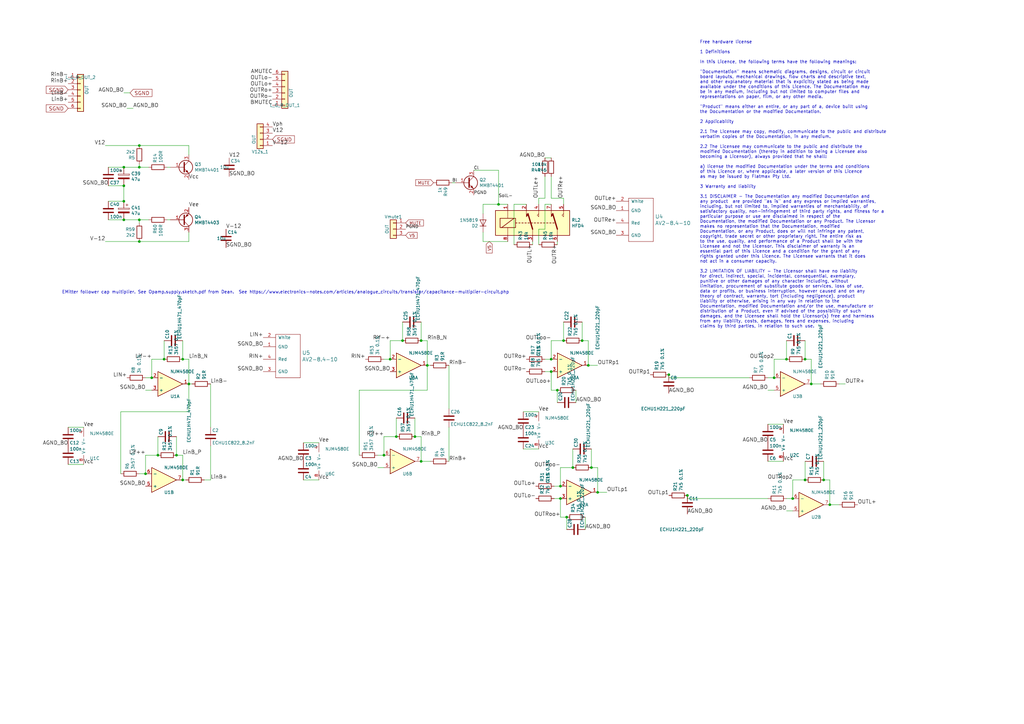
<source format=kicad_sch>
(kicad_sch (version 20211123) (generator eeschema)
  (paper "A3")
  (title_block (title "AIABS v1 single ended preamplifier") (date "8 jun 2015") (company "Audio Injector"))
  (lib_symbols
    (symbol "PPI-ISO-rescue:C-Device" (pin_numbers hide) (pin_names (offset 0.254))
      (property "Reference" "C" (at 0.635 2.54 0))
      (property "Value" "C-Device" (at 0.635 -2.54 0))
      (symbol "C-Device_1_1"
        (pin passive line (at 0 3.81 270) (length 2.794) (name "~") (number "1"))
        (pin passive line (at 0 -3.81 90) (length 2.794) (name "~") (number "2"))
      )
    )
    (symbol "PPI-ISO-rescue:CP-Device" (pin_numbers hide) (pin_names (offset 0.254))
      (property "Reference" "C" (at 0.635 2.54 0))
      (property "Value" "CP-Device" (at 0.635 -2.54 0))
      (symbol "CP-Device_1_1"
        (pin passive line (at 0 3.81 270) (length 2.794) (name "~") (number "1"))
        (pin passive line (at 0 -3.81 90) (length 2.794) (name "~") (number "2"))
      )
    )
    (symbol "PPI-ISO-rescue:Conn_01x03-Connector_Generic" (pin_names (offset 1.016) hide)
      (property "Reference" "J" (at 0 5.08 0))
      (property "Value" "Conn_01x03-Connector_Generic" (at 0 -5.08 0))
      (symbol "Conn_01x03-Connector_Generic_1_1"
        (pin passive line (at -5.08 2.54 0) (length 3.81) (name "Pin_1") (number "1"))
        (pin passive line (at -5.08 0 0) (length 3.81) (name "Pin_2") (number "2"))
        (pin passive line (at -5.08 -2.54 0) (length 3.81) (name "Pin_3") (number "3"))
      )
    )
    (symbol "PPI-ISO-rescue:Conn_01x04-Connector_Generic" (pin_names (offset 1.016) hide)
      (property "Reference" "J" (at 0 5.08 0))
      (property "Value" "Conn_01x04-Connector_Generic" (at 0 -7.62 0))
      (symbol "Conn_01x04-Connector_Generic_1_1"
        (pin passive line (at -5.08 2.54 0) (length 3.81) (name "Pin_1") (number "1"))
        (pin passive line (at -5.08 0 0) (length 3.81) (name "Pin_2") (number "2"))
        (pin passive line (at -5.08 -2.54 0) (length 3.81) (name "Pin_3") (number "3"))
        (pin passive line (at -5.08 -5.08 0) (length 3.81) (name "Pin_4") (number "4"))
      )
    )
    (symbol "PPI-ISO-rescue:Conn_01x06-Connector_Generic" (pin_names (offset 1.016) hide)
      (property "Reference" "J" (at 0 7.62 0))
      (property "Value" "Conn_01x06-Connector_Generic" (at 0 -10.16 0))
      (symbol "Conn_01x06-Connector_Generic_1_1"
        (pin passive line (at -5.08 5.08 0) (length 3.81) (name "Pin_1") (number "1"))
        (pin passive line (at -5.08 2.54 0) (length 3.81) (name "Pin_2") (number "2"))
        (pin passive line (at -5.08 0 0) (length 3.81) (name "Pin_3") (number "3"))
        (pin passive line (at -5.08 -2.54 0) (length 3.81) (name "Pin_4") (number "4"))
        (pin passive line (at -5.08 -5.08 0) (length 3.81) (name "Pin_5") (number "5"))
        (pin passive line (at -5.08 -7.62 0) (length 3.81) (name "Pin_6") (number "6"))
      )
    )
    (symbol "PPI-ISO-rescue:D-Device" (pin_numbers hide) (pin_names (offset 1.016) hide)
      (property "Reference" "D" (at 0 2.54 0))
      (property "Value" "D-Device" (at 0 -2.54 0))
      (symbol "D-Device_1_1"
        (pin passive line (at -3.81 0 0) (length 2.54) (name "K") (number "1"))
        (pin passive line (at 3.81 0 180) (length 2.54) (name "A") (number "2"))
      )
    )
    (symbol "PPI-ISO-rescue:JW2-Relay" (pin_names (offset 1.016))
      (property "Reference" "RL" (at 16.51 3.81 0))
      (property "Value" "JW2-Relay" (at 16.51 1.27 0))
      (symbol "JW2-Relay_1_1"
        (pin passive line (at -10.16 7.62 270) (length 2.54) (name "~") (number "1"))
        (pin passive line (at -2.54 7.62 270) (length 2.54) (name "~") (number "2"))
        (pin passive line (at 0 -7.62 90) (length 2.54) (name "~") (number "3"))
        (pin passive line (at 2.54 7.62 270) (length 2.54) (name "~") (number "4"))
        (pin passive line (at 12.7 7.62 270) (length 2.54) (name "~") (number "5"))
        (pin passive line (at 10.16 -7.62 90) (length 2.54) (name "~") (number "6"))
        (pin passive line (at 7.62 7.62 270) (length 2.54) (name "~") (number "7"))
        (pin passive line (at -10.16 -7.62 90) (length 2.54) (name "~") (number "8"))
      )
    )
    (symbol "PPI-ISO-rescue:MMBT3904-Transistor_BJT" (pin_names (offset 0) hide)
      (property "Reference" "Q" (at 5.08 1.905 0))
      (property "Value" "MMBT3904-Transistor_BJT" (at 5.08 0 0))
      (symbol "MMBT3904-Transistor_BJT_1_1"
        (pin input line (at -5.08 0 0) (length 5.715) (name "B") (number "1"))
        (pin passive line (at 2.54 -5.08 90) (length 2.54) (name "E") (number "2"))
        (pin passive line (at 2.54 5.08 270) (length 2.54) (name "C") (number "3"))
      )
    )
    (symbol "PPI-ISO-rescue:Opamp_Dual_Generic-Device"
      (property "Reference" "U" (at 0 5.08 0))
      (property "Value" "Opamp_Dual_Generic-Device" (at 0 -5.08 0))
      (symbol "Opamp_Dual_Generic-Device_1_1"
        (pin output line (at 7.62 0 180) (length 2.54) (name "~") (number "1"))
        (pin input line (at -7.62 -2.54 0) (length 2.54) (name "-") (number "2"))
        (pin input line (at -7.62 2.54 0) (length 2.54) (name "+") (number "3"))
      )
      (symbol "Opamp_Dual_Generic-Device_2_1"
        (pin input line (at -7.62 2.54 0) (length 2.54) (name "+") (number "5"))
        (pin input line (at -7.62 -2.54 0) (length 2.54) (name "-") (number "6"))
        (pin output line (at 7.62 0 180) (length 2.54) (name "~") (number "7"))
      )
      (symbol "Opamp_Dual_Generic-Device_3_1"
        (pin power_in line (at -2.54 -7.62 90) (length 3.81) (name "V-") (number "4"))
        (pin power_in line (at -2.54 7.62 270) (length 3.81) (name "V+") (number "8"))
      )
    )
    (symbol "PPI-ISO-rescue:Q_NPN_BEC-Device" (pin_names (offset 0) hide)
      (property "Reference" "Q" (at 5.08 1.27 0))
      (property "Value" "Q_NPN_BEC-Device" (at 5.08 -1.27 0))
      (symbol "Q_NPN_BEC-Device_1_1"
        (pin input line (at -5.08 0 0) (length 5.715) (name "B") (number "1"))
        (pin passive line (at 2.54 -5.08 90) (length 2.54) (name "E") (number "2"))
        (pin passive line (at 2.54 5.08 270) (length 2.54) (name "C") (number "3"))
      )
    )
    (symbol "PPI-ISO-rescue:Q_PNP_BEC-Device" (pin_names (offset 0) hide)
      (property "Reference" "Q" (at 5.08 1.27 0))
      (property "Value" "Q_PNP_BEC-Device" (at 5.08 -1.27 0))
      (symbol "Q_PNP_BEC-Device_1_1"
        (pin input line (at -5.08 0 0) (length 5.715) (name "B") (number "1"))
        (pin passive line (at 2.54 -5.08 90) (length 2.54) (name "E") (number "2"))
        (pin passive line (at 2.54 5.08 270) (length 2.54) (name "C") (number "3"))
      )
    )
    (symbol "PPI-ISO-rescue:R-Device" (pin_numbers hide) (pin_names (offset 0))
      (property "Reference" "R" (at 2.032 0 90))
      (property "Value" "R-Device" (at 0 0 90))
      (symbol "R-Device_1_1"
        (pin passive line (at 0 3.81 270) (length 1.27) (name "~") (number "1"))
        (pin passive line (at 0 -3.81 90) (length 1.27) (name "~") (number "2"))
      )
    )
    (symbol "av2-8:AV2-8.4-10" (pin_names (offset 1.016))
      (property "Reference" "U" (at 0 0 0))
      (property "Value" "AV2-8.4-10" (at 0 0 0))
      (symbol "AV2-8.4-10_1_1"
        (pin input line (at 2.54 13.97 270) (length 5.08) (name "GND") (number "1"))
        (pin input line (at 6.35 13.97 270) (length 5.08) (name "White") (number "2"))
        (pin input line (at -7.62 13.97 270) (length 5.08) (name "GND") (number "3"))
        (pin input line (at -2.54 13.97 270) (length 5.08) (name "Red") (number "4"))
      )
    )
  )
  (junction (at 226.06 147.32))
  (junction (at 165.1 139.7))
  (junction (at 59.69 194.31))
  (junction (at 226.06 152.4))
  (junction (at 337.82 196.85))
  (junction (at 175.26 149.86))
  (junction (at 50.8 82.55))
  (junction (at 325.12 204.47))
  (junction (at 172.72 189.23))
  (junction (at 160.02 147.32))
  (junction (at 172.72 139.7))
  (junction (at 322.58 147.32))
  (junction (at 231.14 139.7))
  (junction (at 330.2 196.85))
  (junction (at 242.57 191.77))
  (junction (at 57.15 90.17))
  (junction (at 72.39 186.69))
  (junction (at 170.18 179.07))
  (junction (at 57.15 68.58))
  (junction (at 232.41 212.09))
  (junction (at 274.32 153.67))
  (junction (at 228.6 160.02))
  (junction (at 238.76 139.7))
  (junction (at 50.8 76.2))
  (junction (at 330.2 147.32))
  (junction (at 229.87 199.39))
  (junction (at 241.3 149.86))
  (junction (at 74.93 196.85))
  (junction (at 157.48 186.69))
  (junction (at 67.31 147.32))
  (junction (at 77.47 157.48))
  (junction (at 50.8 90.17))
  (junction (at 64.77 186.69))
  (junction (at 234.95 191.77))
  (junction (at 162.56 179.07))
  (junction (at 50.8 68.58))
  (junction (at 62.23 154.94))
  (junction (at 57.15 59.69))
  (junction (at 74.93 147.32))
  (junction (at 57.15 99.06))
  (junction (at 229.87 204.47))
  (junction (at 332.74 157.48))
  (junction (at 245.11 201.93))
  (junction (at 204.47 83.82))
  (junction (at 340.36 207.01))
  (junction (at 281.94 203.2))
  (junction (at 317.5 154.94))
  (no_connect (at -31.75 92.71))
  (wire (pts (xy 218.44 100.33) (xy 218.44 99.06)))
  (wire (pts (xy 72.39 179.07) (xy 72.39 186.69)))
  (wire (pts (xy 44.45 90.17) (xy 50.8 90.17)))
  (wire (pts (xy 76.2 196.85) (xy 74.93 196.85)))
  (wire (pts (xy 214.63 168.91) (xy 220.98 168.91)))
  (wire (pts (xy 314.96 160.02) (xy 317.5 160.02)))
  (wire (pts (xy 43.18 59.69) (xy 57.15 59.69)))
  (wire (pts (xy 346.71 157.48) (xy 344.17 157.48)))
  (wire (pts (xy 238.76 139.7) (xy 241.3 139.7)))
  (wire (pts (xy 226.06 160.02) (xy 228.6 160.02)))
  (wire (pts (xy 154.94 191.77) (xy 157.48 191.77)))
  (wire (pts (xy 274.32 154.94) (xy 307.34 154.94)))
  (wire (pts (xy 314.96 173.99) (xy 321.31 173.99)))
  (wire (pts (xy 322.58 147.32) (xy 322.58 139.7)))
  (wire (pts (xy 170.18 171.45) (xy 170.18 179.07)))
  (wire (pts (xy 44.45 76.2) (xy 50.8 76.2)))
  (wire (pts (xy 43.18 99.06) (xy 57.15 99.06)))
  (wire (pts (xy 59.69 160.02) (xy 62.23 160.02)))
  (wire (pts (xy 241.3 139.7) (xy 241.3 149.86)))
  (wire (pts (xy 226.06 152.4) (xy 226.06 160.02)))
  (wire (pts (xy 77.47 63.5) (xy 77.47 59.69)))
  (wire (pts (xy 227.33 204.47) (xy 229.87 204.47)))
  (wire (pts (xy 226.06 81.28) (xy 231.14 81.28)))
  (wire (pts (xy 281.94 204.47) (xy 281.94 203.2)))
  (wire (pts (xy 77.47 59.69) (xy 57.15 59.69)))
  (wire (pts (xy 198.12 95.25) (xy 198.12 99.06)))
  (wire (pts (xy 220.98 83.82) (xy 220.98 81.28)))
  (wire (pts (xy 44.45 82.55) (xy 50.8 82.55)))
  (wire (pts (xy 227.33 199.39) (xy 229.87 199.39)))
  (wire (pts (xy 242.57 191.77) (xy 245.11 191.77)))
  (wire (pts (xy 53.34 38.1) (xy 50.8 38.1)))
  (wire (pts (xy 57.15 68.58) (xy 60.96 68.58)))
  (wire (pts (xy 281.94 204.47) (xy 314.96 204.47)))
  (wire (pts (xy 184.15 149.86) (xy 184.15 167.64)))
  (wire (pts (xy 330.2 147.32) (xy 332.74 147.32)))
  (wire (pts (xy 172.72 179.07) (xy 172.72 189.23)))
  (wire (pts (xy 86.36 182.88) (xy 86.36 196.85)))
  (wire (pts (xy 231.14 81.28) (xy 231.14 83.82)))
  (wire (pts (xy 77.47 168.91) (xy 49.53 168.91)))
  (wire (pts (xy 214.63 184.15) (xy 220.98 184.15)))
  (wire (pts (xy 317.5 154.94) (xy 317.5 147.32)))
  (wire (pts (xy 220.98 81.28) (xy 223.52 81.28)))
  (wire (pts (xy 185.42 74.93) (xy 186.69 74.93)))
  (wire (pts (xy 124.46 181.61) (xy 130.81 181.61)))
  (wire (pts (xy 204.47 69.85) (xy 204.47 83.82)))
  (wire (pts (xy 223.52 147.32) (xy 226.06 147.32)))
  (wire (pts (xy 229.87 191.77) (xy 234.95 191.77)))
  (wire (pts (xy 57.15 67.31) (xy 57.15 68.58)))
  (wire (pts (xy 68.58 90.17) (xy 69.85 90.17)))
  (wire (pts (xy 59.69 154.94) (xy 62.23 154.94)))
  (wire (pts (xy 50.8 68.58) (xy 57.15 68.58)))
  (wire (pts (xy 223.52 83.82) (xy 226.06 83.82)))
  (wire (pts (xy 337.82 189.23) (xy 337.82 196.85)))
  (wire (pts (xy 78.74 157.48) (xy 77.47 157.48)))
  (wire (pts (xy 184.15 189.23) (xy 184.15 175.26)))
  (wire (pts (xy 147.32 186.69) (xy 147.32 160.02)))
  (wire (pts (xy 220.98 93.98) (xy 223.52 93.98)))
  (wire (pts (xy 176.53 189.23) (xy 172.72 189.23)))
  (wire (pts (xy 317.5 147.32) (xy 322.58 147.32)))
  (wire (pts (xy 240.03 212.09) (xy 240.03 217.17)))
  (wire (pts (xy 50.8 82.55) (xy 50.8 76.2)))
  (wire (pts (xy 340.36 207.01) (xy 344.17 207.01)))
  (wire (pts (xy 226.06 72.39) (xy 226.06 81.28)))
  (wire (pts (xy 68.58 68.58) (xy 69.85 68.58)))
  (wire (pts (xy 245.11 201.93) (xy 248.92 201.93)))
  (wire (pts (xy 77.47 95.25) (xy 77.47 99.06)))
  (wire (pts (xy 172.72 132.08) (xy 172.72 139.7)))
  (wire (pts (xy 238.76 132.08) (xy 238.76 139.7)))
  (wire (pts (xy 160.02 139.7) (xy 165.1 139.7)))
  (wire (pts (xy 57.15 194.31) (xy 59.69 194.31)))
  (wire (pts (xy 157.48 147.32) (xy 160.02 147.32)))
  (wire (pts (xy 223.52 81.28) (xy 223.52 72.39)))
  (wire (pts (xy 62.23 147.32) (xy 67.31 147.32)))
  (wire (pts (xy 229.87 212.09) (xy 232.41 212.09)))
  (wire (pts (xy 322.58 209.55) (xy 325.12 209.55)))
  (wire (pts (xy 57.15 91.44) (xy 57.15 90.17)))
  (wire (pts (xy 314.96 189.23) (xy 321.31 189.23)))
  (wire (pts (xy 52.07 44.45) (xy 54.61 44.45)))
  (wire (pts (xy 59.69 186.69) (xy 64.77 186.69)))
  (wire (pts (xy 232.41 212.09) (xy 232.41 217.17)))
  (wire (pts (xy 198.12 99.06) (xy 208.28 99.06)))
  (wire (pts (xy 77.47 157.48) (xy 77.47 147.32)))
  (wire (pts (xy 74.93 186.69) (xy 72.39 186.69)))
  (wire (pts (xy 231.14 139.7) (xy 231.14 132.08)))
  (wire (pts (xy 157.48 179.07) (xy 162.56 179.07)))
  (wire (pts (xy 57.15 90.17) (xy 60.96 90.17)))
  (wire (pts (xy 172.72 139.7) (xy 175.26 139.7)))
  (wire (pts (xy 194.31 69.85) (xy 204.47 69.85)))
  (wire (pts (xy 59.69 194.31) (xy 59.69 186.69)))
  (wire (pts (xy 124.46 196.85) (xy 130.81 196.85)))
  (wire (pts (xy 229.87 204.47) (xy 229.87 212.09)))
  (wire (pts (xy 49.53 168.91) (xy 49.53 194.31)))
  (wire (pts (xy 228.6 160.02) (xy 228.6 165.1)))
  (wire (pts (xy 229.87 199.39) (xy 229.87 191.77)))
  (wire (pts (xy 210.82 83.82) (xy 215.9 83.82)))
  (wire (pts (xy 242.57 184.15) (xy 242.57 191.77)))
  (wire (pts (xy 220.98 100.33) (xy 220.98 93.98)))
  (wire (pts (xy 325.12 196.85) (xy 330.2 196.85)))
  (wire (pts (xy 83.82 196.85) (xy 86.36 196.85)))
  (wire (pts (xy 170.18 179.07) (xy 172.72 179.07)))
  (wire (pts (xy 332.74 157.48) (xy 336.55 157.48)))
  (wire (pts (xy 234.95 191.77) (xy 234.95 184.15)))
  (wire (pts (xy 27.94 190.5) (xy 34.29 190.5)))
  (wire (pts (xy 77.47 99.06) (xy 57.15 99.06)))
  (wire (pts (xy 340.36 196.85) (xy 340.36 207.01)))
  (wire (pts (xy 337.82 196.85) (xy 340.36 196.85)))
  (wire (pts (xy 223.52 93.98) (xy 223.52 83.82)))
  (wire (pts (xy 332.74 147.32) (xy 332.74 157.48)))
  (wire (pts (xy 204.47 83.82) (xy 198.12 83.82)))
  (wire (pts (xy 274.32 154.94) (xy 274.32 153.67)))
  (wire (pts (xy 228.6 99.06) (xy 228.6 100.33)))
  (wire (pts (xy 223.52 64.77) (xy 226.06 64.77)))
  (wire (pts (xy 147.32 160.02) (xy 175.26 160.02)))
  (wire (pts (xy 154.94 186.69) (xy 157.48 186.69)))
  (wire (pts (xy 236.22 160.02) (xy 236.22 165.1)))
  (wire (pts (xy 86.36 157.48) (xy 86.36 175.26)))
  (wire (pts (xy 74.93 147.32) (xy 77.47 147.32)))
  (wire (pts (xy 64.77 186.69) (xy 64.77 179.07)))
  (wire (pts (xy 44.45 68.58) (xy 50.8 68.58)))
  (wire (pts (xy 208.28 83.82) (xy 204.47 83.82)))
  (wire (pts (xy 330.2 196.85) (xy 330.2 189.23)))
  (wire (pts (xy 241.3 149.86) (xy 245.11 149.86)))
  (wire (pts (xy 77.47 157.48) (xy 77.47 168.91)))
  (wire (pts (xy 314.96 154.94) (xy 317.5 154.94)))
  (wire (pts (xy 176.53 149.86) (xy 175.26 149.86)))
  (wire (pts (xy 165.1 139.7) (xy 165.1 132.08)))
  (wire (pts (xy 175.26 160.02) (xy 175.26 149.86)))
  (wire (pts (xy 325.12 204.47) (xy 325.12 196.85)))
  (wire (pts (xy 74.93 139.7) (xy 74.93 147.32)))
  (wire (pts (xy 160.02 147.32) (xy 160.02 139.7)))
  (wire (pts (xy 157.48 186.69) (xy 157.48 179.07)))
  (wire (pts (xy 67.31 147.32) (xy 67.31 139.7)))
  (wire (pts (xy 62.23 154.94) (xy 62.23 147.32)))
  (wire (pts (xy 245.11 191.77) (xy 245.11 201.93)))
  (wire (pts (xy 210.82 100.33) (xy 210.82 83.82)))
  (wire (pts (xy 175.26 149.86) (xy 175.26 139.7)))
  (wire (pts (xy 322.58 204.47) (xy 325.12 204.47)))
  (wire (pts (xy 198.12 83.82) (xy 198.12 87.63)))
  (wire (pts (xy 330.2 139.7) (xy 330.2 147.32)))
  (wire (pts (xy 27.94 175.26) (xy 34.29 175.26)))
  (wire (pts (xy 50.8 90.17) (xy 57.15 90.17)))
  (wire (pts (xy 74.93 196.85) (xy 74.93 186.69)))
  (wire (pts (xy 226.06 147.32) (xy 226.06 139.7)))
  (wire (pts (xy 226.06 139.7) (xy 231.14 139.7)))
  (wire (pts (xy 223.52 152.4) (xy 226.06 152.4)))
  (wire (pts (xy 162.56 179.07) (xy 162.56 171.45)))
  (text "Free hardware license\n\n1 Definitions\n\nIn this Licence, the following terms have the following meanings:\n\n\"Documentation\" means schematic diagrams, designs, circuit or circuit\nboard layouts, mechanical drawings, flow charts and descriptive text,\nand other explanatory material that is explicitly stated as being made\navailable under the conditions of this Licence. The Documentation may\nbe in any medium, including but not limited to computer files and\nrepresentations on paper, film, or any other media.\n\n\"Product\" means either an entire, or any part of a, device built using\nthe Documentation or the modified Documentation.\n\n2 Applicability\n\n2.1 The Licensee may copy, modify, communicate to the public and distribute\nverbatim copies of the Documentation, in any medium.\n\n2.2 The Licensee may communicate to the public and distribute the\nmodified Documentation (thereby in addition to being a Licensee also\nbecoming a Licensor), always provided that he shall:\n\na) license the modified Documentation under the terms and conditions\nof this Licence or, where applicable, a later version of this Licence\nas may be issued by Flatmax Pty Ltd.\n\n3 Warranty and liability\n\n3.1 DISCLAIMER - The Documentation any modified Documentation and\nany product  are provided \"as is\" and any express or implied warranties,\nincluding, but not limited to, implied warranties of merchantability, of\nsatisfactory quality, non-infringement of third party rights, and fitness for a\nparticular purpose or use are disclaimed in respect of the\nDocumentation, the modified Documentation or any Product. The Licensor\nmakes no representation that the Documentation, modified\nDocumentation, or any Product, does or will not infringe any patent,\ncopyright, trade secret or other proprietary right. The entire risk as\nto the use, quality, and performance of a Product shall be with the\nLicensee and not the Licensor. This disclaimer of warranty is an\nessential part of this Licence and a condition for the grant of any\nrights granted under this Licence. The Licensee warrants that it does\nnot act in a consumer capacity.\n\n3.2 LIMITATION OF LIABILITY - The Licensor shall have no liability\nfor direct, indirect, special, incidental, consequential, exemplary,\npunitive or other damages of any character including, without\nlimitation, procurement of substitute goods or services, loss of use,\ndata or profits, or business interruption, however caused and on any\ntheory of contract, warranty, tort (including negligence), product\nliability or otherwise, arising in any way in relation to the\nDocumentation, modified Documentation and/or the use, manufacture or\ndistribution of a Product, even if advised of the possibility of such\ndamages, and the Licensee shall hold the Licensor(s) free and harmless\nfrom any liability, costs, damages, fees and expenses, including\nclaims by third parties, in relation to such use.\n" (at 287.02 134.62 0) (effects (font (size 1.27 1.27)) (justify left bottom)))
  (text "EMitter follower cap multiplier. See Opamp.supply.sketch.pdf from Dean.  See https://www.electronics-notes.com/articles/analogue_circuits/transistor/capacitance-multiplier-circuit.php" (at 25.4 120.65 0) (effects (font (size 1.27 1.27)) (justify left bottom)))
  (label "OUTR+" (at 228.6 100.33 270) (effects (font (size 1.524 1.524))))
  (label "AGND_BO" (at 223.52 64.77 180) (effects (font (size 1.524 1.524))))
  (label "OUTLp1" (at 248.92 201.93 0) (effects (font (size 1.524 1.524))))
  (label "Rif++" (at 157.48 179.07 180) (effects (font (size 1.524 1.524))))
  (label "RinB-" (at 27.94 31.75 180) (effects (font (size 1.524 1.524))))
  (label "Vcc" (at 321.31 189.23 0) (effects (font (size 1.524 1.524))))
  (label "LinB_P" (at 74.93 186.69 0) (effects (font (size 1.524 1.524))))
  (label "Cl" (at 194.31 69.85 0))
  (label "AGND_BO" (at 236.22 165.1 0) (effects (font (size 1.524 1.524))))
  (label "Lif-+" (at 62.23 147.32 180) (effects (font (size 1.524 1.524))))
  (label "V12" (at 43.18 59.69 180) (effects (font (size 1.524 1.524))))
  (label "SGND_BO" (at 52.07 44.45 180) (effects (font (size 1.524 1.524))))
  (label "OUTLo+" (at 219.71 199.39 180) (effects (font (size 1.524 1.524))))
  (label "Rif-+" (at 160.02 139.7 180) (effects (font (size 1.524 1.524))))
  (label "OUTRoo+" (at 229.87 212.09 180) (effects (font (size 1.524 1.524))))
  (label "SGND_BO" (at 252.73 96.52 180) (effects (font (size 1.524 1.524))))
  (label "AGND_BO" (at 322.58 209.55 180) (effects (font (size 1.524 1.524))))
  (label "V-12" (at 111.76 59.69 0) (effects (font (size 1.524 1.524))))
  (label "OUTL+" (at 218.44 100.33 270) (effects (font (size 1.524 1.524))))
  (label "OUTRo+" (at 111.76 38.1 180) (effects (font (size 1.524 1.524))))
  (label "LIN+" (at 52.07 154.94 180) (effects (font (size 1.524 1.524))))
  (label "Vee" (at 77.47 85.09 0) (effects (font (size 1.524 1.524))))
  (label "AGND_BO" (at 281.94 210.82 0) (effects (font (size 1.524 1.524))))
  (label "OUTLo-" (at 219.71 204.47 180) (effects (font (size 1.524 1.524))))
  (label "OUTRo+" (at 215.9 147.32 180) (effects (font (size 1.524 1.524))))
  (label "SGND_BO" (at 252.73 86.36 180) (effects (font (size 1.524 1.524))))
  (label "SGND_BO" (at 59.69 199.39 180) (effects (font (size 1.524 1.524))))
  (label "AMUTEC" (at 111.76 30.48 180) (effects (font (size 1.524 1.524))))
  (label "SGND_BO" (at 154.94 191.77 180) (effects (font (size 1.524 1.524))))
  (label "OUTRp1" (at 266.7 153.67 180) (effects (font (size 1.524 1.524))))
  (label "OUTLoo-" (at 226.06 139.7 180) (effects (font (size 1.524 1.524))))
  (label "LinB+" (at 86.36 196.85 0) (effects (font (size 1.524 1.524))))
  (label "AGND_BO" (at 314.96 181.61 180) (effects (font (size 1.524 1.524))))
  (label "AGND_BO" (at 274.32 161.29 0) (effects (font (size 1.524 1.524))))
  (label "OUTRo-" (at 111.76 40.64 180) (effects (font (size 1.524 1.524))))
  (label "PGND" (at 194.31 80.01 0))
  (label "Vee" (at 34.29 175.26 0) (effects (font (size 1.524 1.524))))
  (label "OUTRp1" (at 245.11 149.86 0) (effects (font (size 1.524 1.524))))
  (label "Vee" (at 321.31 173.99 0) (effects (font (size 1.524 1.524))))
  (label "SGND_BO" (at 107.95 142.24 180) (effects (font (size 1.524 1.524))))
  (label "Vph" (at 111.76 52.07 0) (effects (font (size 1.524 1.524))))
  (label "RinB_P" (at 172.72 179.07 0) (effects (font (size 1.524 1.524))))
  (label "AGND_BO" (at 50.8 38.1 180) (effects (font (size 1.524 1.524))))
  (label "PGND" (at 166.37 93.98 0))
  (label "Vee" (at 220.98 168.91 0) (effects (font (size 1.524 1.524))))
  (label "LIN+" (at 107.95 138.43 180) (effects (font (size 1.524 1.524))))
  (label "OUTLoo+" (at 226.06 157.48 180) (effects (font (size 1.524 1.524))))
  (label "LinB_N" (at 77.47 147.32 0) (effects (font (size 1.524 1.524))))
  (label "RinB+" (at 27.94 34.29 180) (effects (font (size 1.524 1.524))))
  (label "Lif++" (at 59.69 186.69 180) (effects (font (size 1.524 1.524))))
  (label "V12" (at 111.76 54.61 0) (effects (font (size 1.524 1.524))))
  (label "OUTLp1" (at 274.32 203.2 180) (effects (font (size 1.524 1.524))))
  (label "OUTRoo-" (at 229.87 191.77 180) (effects (font (size 1.524 1.524))))
  (label "RIN+" (at 149.86 147.32 180) (effects (font (size 1.524 1.524))))
  (label "OUTR+" (at 346.71 157.48 0) (effects (font (size 1.524 1.524))))
  (label "OUTLe+" (at 252.73 82.55 180) (effects (font (size 1.524 1.524))))
  (label "Bl" (at 185.42 74.93 0))
  (label "SGND_BO" (at 160.02 152.4 180) (effects (font (size 1.524 1.524))))
  (label "LinB+" (at 27.94 41.91 180) (effects (font (size 1.524 1.524))))
  (label "AGND_BO" (at 27.94 182.88 180) (effects (font (size 1.524 1.524))))
  (label "LinB-" (at 27.94 39.37 180) (effects (font (size 1.524 1.524))))
  (label "OUTRop2" (at 325.12 196.85 180) (effects (font (size 1.524 1.524))))
  (label "SGND_BO" (at 107.95 152.4 180) (effects (font (size 1.524 1.524))))
  (label "Vcc" (at 77.47 73.66 0) (effects (font (size 1.524 1.524))))
  (label "RinB-" (at 184.15 149.86 0) (effects (font (size 1.524 1.524))))
  (label "AGND_BO" (at 240.03 217.17 0) (effects (font (size 1.524 1.524))))
  (label "BMUTEC" (at 111.76 43.18 180) (effects (font (size 1.524 1.524))))
  (label "AGND_BO" (at 54.61 44.45 0) (effects (font (size 1.524 1.524))))
  (label "RIN+" (at 107.95 147.32 180) (effects (font (size 1.524 1.524))))
  (label "SGND_BO" (at 92.71 101.6 0) (effects (font (size 1.524 1.524))))
  (label "OUTRe+" (at 231.14 81.28 90) (effects (font (size 1.524 1.524))))
  (label "Vcc" (at 220.98 184.15 0) (effects (font (size 1.524 1.524))))
  (label "Vcc" (at 34.29 190.5 0) (effects (font (size 1.524 1.524))))
  (label "OUTRe+" (at 252.73 91.44 180) (effects (font (size 1.524 1.524))))
  (label "OUTLe+" (at 220.98 81.28 90) (effects (font (size 1.524 1.524))))
  (label "OUTLo-" (at 111.76 33.02 180) (effects (font (size 1.524 1.524))))
  (label "OUTRo-" (at 215.9 152.4 180) (effects (font (size 1.524 1.524))))
  (label "AGND_BO" (at 124.46 189.23 180) (effects (font (size 1.524 1.524))))
  (label "V-12" (at 92.71 93.98 0) (effects (font (size 1.524 1.524))))
  (label "RinB_N" (at 175.26 139.7 0) (effects (font (size 1.524 1.524))))
  (label "OUTL+" (at 351.79 207.01 0) (effects (font (size 1.524 1.524))))
  (label "Vcc" (at 130.81 196.85 0) (effects (font (size 1.524 1.524))))
  (label "SGND_BO" (at 59.69 160.02 180) (effects (font (size 1.524 1.524))))
  (label "RinB+" (at 184.15 189.23 0) (effects (font (size 1.524 1.524))))
  (label "OUTLop2" (at 317.5 147.32 180) (effects (font (size 1.524 1.524))))
  (label "OUTLo+" (at 111.76 35.56 180) (effects (font (size 1.524 1.524))))
  (label "SolL-" (at 204.47 81.28 0))
  (label "AGND_BO" (at 214.63 176.53 180) (effects (font (size 1.524 1.524))))
  (label "V12" (at 93.98 64.77 0) (effects (font (size 1.524 1.524))))
  (label "AGND_BO" (at 314.96 160.02 180) (effects (font (size 1.524 1.524))))
  (label "Vee" (at 130.81 181.61 0) (effects (font (size 1.524 1.524))))
  (label "SGND_BO" (at 44.45 76.2 180) (effects (font (size 1.524 1.524))))
  (label "V-12" (at 43.18 99.06 180) (effects (font (size 1.524 1.524))))
  (label "SGND_BO" (at 93.98 72.39 0) (effects (font (size 1.524 1.524))))
  (label "LinB-" (at 86.36 157.48 0) (effects (font (size 1.524 1.524))))
  (global_label "V5" (shape input) (at 200.66 99.06 270) (property "Intersheet References" "${INTERSHEET_REFS}" (effects hide)))
  (global_label "V5" (shape input) (at 166.37 96.52 0) (property "Intersheet References" "${INTERSHEET_REFS}" (effects hide)))
  (global_label "SGND" (shape input) (at 111.76 57.15 0) (effects (font (size 1.524 1.524))) (property "Intersheet References" "${INTERSHEET_REFS}" (effects hide)))
  (global_label "MUTE" (shape input) (at 166.37 91.44 0) (property "Intersheet References" "${INTERSHEET_REFS}" (effects hide)))
  (global_label "MUTE" (shape input) (at 177.8 74.93 180) (property "Intersheet References" "${INTERSHEET_REFS}" (effects hide)))
  (global_label "SGND" (shape input) (at 27.94 36.83 180) (effects (font (size 1.524 1.524))) (property "Intersheet References" "${INTERSHEET_REFS}" (effects hide)))
  (global_label "SGND" (shape input) (at 53.34 38.1 0) (effects (font (size 1.524 1.524))) (property "Intersheet References" "${INTERSHEET_REFS}" (effects hide)))
  (global_label "SGND" (shape input) (at 27.94 44.45 180) (effects (font (size 1.524 1.524))) (property "Intersheet References" "${INTERSHEET_REFS}" (effects hide)))
  (symbol (lib_id "PPI-ISO-rescue:Conn_01x06-Connector_Generic") (at 116.84 38.1 0) (mirror x) (unit 1)
    (property "Reference" "L_G_R_OUT_1" (at 116.84 43.18 0))
    (property "Value" "OUT" (at 119.38 38.1 90))
    (property "Footprint" "Connector_PinHeader_2.54mm:PinHeader_1x06_P2.54mm_Vertical" (effects hide))
  )
  (symbol (lib_id "PPI-ISO-rescue:Opamp_Dual_Generic-Device") (at 223.52 176.53 0) (mirror x) (unit 3)
    (property "Reference" "U3" (at 223.52 181.61 0) (effects (justify left)))
    (property "Value" "NJM4580E" (at 223.52 171.45 0) (effects (justify left)))
    (property "Footprint" "Package_SO:SOIC-8_3.9x4.9mm_P1.27mm" (effects hide))
  )
  (symbol (lib_id "PPI-ISO-rescue:R-Device") (at 219.71 147.32 90) (unit 1)
    (property "Reference" "R17" (at 218.5416 145.542 0) (effects (justify left)))
    (property "Value" "7k5 0.1%" (at 220.8784 145.542 0) (effects (justify left)))
    (property "Footprint" "Resistor_SMD:R_0603_1608Metric" (effects hide))
  )
  (symbol (lib_id "PPI-ISO-rescue:R-Device") (at 234.95 139.7 90) (unit 1)
    (property "Reference" "R22" (at 233.7816 137.922 0) (effects (justify left)))
    (property "Value" "7k5 0.1%" (at 236.1184 137.922 0) (effects (justify left)))
    (property "Footprint" "Resistor_SMD:R_0603_1608Metric" (effects hide))
  )
  (symbol (lib_id "PPI-ISO-rescue:C-Device") (at 234.95 132.08 90) (unit 1)
    (property "Reference" "C22" (at 232.41 131.445 0) (effects (justify left)))
    (property "Value" "ECHU1H221_220pF" (at 245.11 143.51 0) (effects (justify left)))
    (property "Footprint" "Capacitor_SMD:C_0805_2012Metric" (effects hide))
  )
  (symbol (lib_id "PPI-ISO-rescue:Opamp_Dual_Generic-Device") (at 69.85 157.48 0) (mirror x) (unit 1)
    (property "Reference" "U1" (at 69.85 162.56 0) (effects (justify left)))
    (property "Value" "NJM4580E" (at 69.85 152.4 0) (effects (justify left)))
    (property "Footprint" "Package_SO:SOIC-8_3.9x4.9mm_P1.27mm" (effects hide))
  )
  (symbol (lib_id "PPI-ISO-rescue:C-Device") (at 71.12 139.7 90) (unit 1)
    (property "Reference" "C10" (at 68.58 139.065 0) (effects (justify left)))
    (property "Value" "ECHU1H471_470pF" (at 73.66 139.065 0) (effects (justify left)))
    (property "Footprint" "Capacitor_SMD:C_0805_2012Metric" (effects hide))
  )
  (symbol (lib_id "PPI-ISO-rescue:R-Device") (at 71.12 147.32 90) (unit 1)
    (property "Reference" "R13" (at 69.9516 145.542 0) (effects (justify left)))
    (property "Value" "3k57 0.1%" (at 72.2884 145.542 0) (effects (justify left)))
    (property "Footprint" "Resistor_SMD:R_0603_1608Metric" (effects hide))
  )
  (symbol (lib_id "PPI-ISO-rescue:R-Device") (at 219.71 152.4 90) (unit 1)
    (property "Reference" "R18" (at 218.5416 150.622 0) (effects (justify left)))
    (property "Value" "7k5 0.1%" (at 220.8784 150.622 0) (effects (justify left)))
    (property "Footprint" "Resistor_SMD:R_0603_1608Metric" (effects hide))
  )
  (symbol (lib_id "PPI-ISO-rescue:R-Device") (at 232.41 160.02 90) (unit 1)
    (property "Reference" "R20" (at 231.2416 158.242 0) (effects (justify left)))
    (property "Value" "7k5 0.1%" (at 233.5784 158.242 0) (effects (justify left)))
    (property "Footprint" "Resistor_SMD:R_0603_1608Metric" (effects hide))
  )
  (symbol (lib_id "PPI-ISO-rescue:C-Device") (at 232.41 165.1 90) (unit 1)
    (property "Reference" "C20" (at 229.87 164.465 0) (effects (justify left)))
    (property "Value" "ECHU1H221_220pF" (at 234.95 164.465 0) (effects (justify left)))
    (property "Footprint" "Capacitor_SMD:C_0805_2012Metric" (effects hide))
  )
  (symbol (lib_id "PPI-ISO-rescue:C-Device") (at 214.63 172.72 0) (mirror x) (unit 1)
    (property "Reference" "C23" (at 215.265 175.26 0) (effects (justify left)))
    (property "Value" "100n" (at 215.265 170.18 0) (effects (justify left)))
    (property "Footprint" "Capacitor_SMD:C_0603_1608Metric" (effects hide))
  )
  (symbol (lib_id "PPI-ISO-rescue:C-Device") (at 214.63 180.34 0) (mirror x) (unit 1)
    (property "Reference" "C24" (at 215.265 182.88 0) (effects (justify left)))
    (property "Value" "100n" (at 215.265 177.8 0) (effects (justify left)))
    (property "Footprint" "Capacitor_SMD:C_0603_1608Metric" (effects hide))
  )
  (symbol (lib_id "PPI-ISO-rescue:Opamp_Dual_Generic-Device") (at 36.83 182.88 0) (mirror x) (unit 3)
    (property "Reference" "U1" (at 36.83 187.96 0) (effects (justify left)))
    (property "Value" "NJM4580E" (at 36.83 177.8 0) (effects (justify left)))
    (property "Footprint" "Package_SO:SOIC-8_3.9x4.9mm_P1.27mm" (effects hide))
  )
  (symbol (lib_id "PPI-ISO-rescue:C-Device") (at 27.94 179.07 0) (mirror x) (unit 1)
    (property "Reference" "C12" (at 28.575 181.61 0) (effects (justify left)))
    (property "Value" "100n" (at 28.575 176.53 0) (effects (justify left)))
    (property "Footprint" "Capacitor_SMD:C_0603_1608Metric" (effects hide))
  )
  (symbol (lib_id "PPI-ISO-rescue:C-Device") (at 27.94 186.69 0) (mirror x) (unit 1)
    (property "Reference" "C13" (at 28.575 189.23 0) (effects (justify left)))
    (property "Value" "100n" (at 28.575 184.15 0) (effects (justify left)))
    (property "Footprint" "Capacitor_SMD:C_0603_1608Metric" (effects hide))
  )
  (symbol (lib_id "PPI-ISO-rescue:Opamp_Dual_Generic-Device") (at 67.31 196.85 0) (mirror x) (unit 2)
    (property "Reference" "U1" (at 67.31 201.93 0) (effects (justify left)))
    (property "Value" "NJM4580E" (at 67.31 191.77 0) (effects (justify left)))
    (property "Footprint" "Package_SO:SOIC-8_3.9x4.9mm_P1.27mm" (effects hide))
  )
  (symbol (lib_id "PPI-ISO-rescue:C-Device") (at 68.58 179.07 90) (unit 1)
    (property "Reference" "C9" (at 66.04 178.435 0) (effects (justify left)))
    (property "Value" "ECHU1H471_470pF" (at 77.47 181.61 0) (effects (justify left)))
    (property "Footprint" "Capacitor_SMD:C_0805_2012Metric" (effects hide))
  )
  (symbol (lib_id "PPI-ISO-rescue:R-Device") (at 68.58 186.69 90) (unit 1)
    (property "Reference" "R12" (at 67.4116 184.912 0) (effects (justify left)))
    (property "Value" "3k57 0.1%" (at 69.7484 184.912 0) (effects (justify left)))
    (property "Footprint" "Resistor_SMD:R_0603_1608Metric" (effects hide))
  )
  (symbol (lib_id "PPI-ISO-rescue:Opamp_Dual_Generic-Device") (at 233.68 149.86 0) (mirror x) (unit 1)
    (property "Reference" "U3" (at 233.68 154.94 0) (effects (justify left)))
    (property "Value" "NJM4580E" (at 233.68 144.78 0) (effects (justify left)))
    (property "Footprint" "Package_SO:SOIC-8_3.9x4.9mm_P1.27mm" (effects hide))
  )
  (symbol (lib_id "PPI-ISO-rescue:R-Device") (at 223.52 199.39 90) (unit 1)
    (property "Reference" "R31" (at 222.3516 197.612 0) (effects (justify left)))
    (property "Value" "7k5 0.1%" (at 224.6884 197.612 0) (effects (justify left)))
    (property "Footprint" "Resistor_SMD:R_0603_1608Metric" (effects hide))
  )
  (symbol (lib_id "PPI-ISO-rescue:R-Device") (at 238.76 191.77 90) (unit 1)
    (property "Reference" "R36" (at 237.5916 189.992 0) (effects (justify left)))
    (property "Value" "7k5 0.1%" (at 239.9284 189.992 0) (effects (justify left)))
    (property "Footprint" "Resistor_SMD:R_0603_1608Metric" (effects hide))
  )
  (symbol (lib_id "PPI-ISO-rescue:C-Device") (at 238.76 184.15 90) (unit 1)
    (property "Reference" "C30" (at 236.22 183.515 0) (effects (justify left)))
    (property "Value" "ECHU1H221_220pF" (at 241.3 183.515 0) (effects (justify left)))
    (property "Footprint" "Capacitor_SMD:C_0805_2012Metric" (effects hide))
  )
  (symbol (lib_id "PPI-ISO-rescue:R-Device") (at 223.52 204.47 90) (unit 1)
    (property "Reference" "R32" (at 222.3516 202.692 0) (effects (justify left)))
    (property "Value" "7k5 0.1%" (at 224.6884 202.692 0) (effects (justify left)))
    (property "Footprint" "Resistor_SMD:R_0603_1608Metric" (effects hide))
  )
  (symbol (lib_id "PPI-ISO-rescue:R-Device") (at 236.22 212.09 90) (unit 1)
    (property "Reference" "R34" (at 235.0516 210.312 0) (effects (justify left)))
    (property "Value" "7k5 0.1%" (at 237.3884 210.312 0) (effects (justify left)))
    (property "Footprint" "Resistor_SMD:R_0603_1608Metric" (effects hide))
  )
  (symbol (lib_id "PPI-ISO-rescue:C-Device") (at 236.22 217.17 90) (unit 1)
    (property "Reference" "C28" (at 233.68 216.535 0) (effects (justify left)))
    (property "Value" "ECHU1H221_220pF" (at 238.76 216.535 0) (effects (justify left)))
    (property "Footprint" "Capacitor_SMD:C_0805_2012Metric" (effects hide))
  )
  (symbol (lib_id "PPI-ISO-rescue:R-Device") (at 55.88 154.94 90) (unit 1)
    (property "Reference" "R8" (at 54.7116 153.162 0) (effects (justify left)))
    (property "Value" "3k 0.1%" (at 57.0484 153.162 0) (effects (justify left)))
    (property "Footprint" "Resistor_SMD:R_0603_1608Metric" (effects hide))
  )
  (symbol (lib_id "PPI-ISO-rescue:R-Device") (at 53.34 194.31 90) (unit 1)
    (property "Reference" "R6" (at 52.1716 192.532 0) (effects (justify left)))
    (property "Value" "3k57 0.1%" (at 54.5084 192.532 0) (effects (justify left)))
    (property "Footprint" "Resistor_SMD:R_0603_1608Metric" (effects hide))
  )
  (symbol (lib_id "PPI-ISO-rescue:Conn_01x04-Connector_Generic") (at 106.68 57.15 180) (unit 1)
    (property "Reference" "V12s_1" (at 106.68 62.23 0))
    (property "Value" "OUT" (at 104.14 57.15 90))
    (property "Footprint" "Connector_PinHeader_2.54mm:PinHeader_1x04_P2.54mm_Vertical" (effects hide))
  )
  (symbol (lib_id "PPI-ISO-rescue:Conn_01x06-Connector_Generic") (at 33.02 36.83 0) (unit 1)
    (property "Reference" "L_G_R_OUT_2" (at 33.02 31.75 0))
    (property "Value" "OUT" (at 35.56 36.83 90))
    (property "Footprint" "Connector_PinHeader_2.54mm:PinHeader_1x06_P2.54mm_Vertical" (effects hide))
  )
  (symbol (lib_id "PPI-ISO-rescue:Conn_01x03-Connector_Generic") (at 161.29 93.98 0) (mirror y) (unit 1)
    (property "Reference" "Vmute1" (at 161.29 88.9 0))
    (property "Value" "OUT" (at 158.75 93.98 90))
    (property "Footprint" "Connector_PinHeader_2.54mm:PinHeader_1x03_P2.54mm_Vertical" (effects hide))
  )
  (symbol (lib_id "PPI-ISO-rescue:JW2-Relay") (at 218.44 91.44 0) (unit 1)
    (property "Reference" "RL2" (at 234.442 90.2716 0) (effects (justify left)))
    (property "Value" "HFD4" (at 234.442 92.583 0) (effects (justify left)))
    (property "Footprint" "HDF4:HDF4" (effects hide))
    (property "Datasheet" "http://www3.panasonic.biz/ac/e_download/control/relay/power/catalog/mech_eng_jw.pdf?via=ok" (effects hide))
  )
  (symbol (lib_id "PPI-ISO-rescue:D-Device") (at 198.12 91.44 90) (unit 1)
    (property "Reference" "D2" (at 196.1134 92.6084 90) (effects (justify left)))
    (property "Value" "1N5819" (at 196.1134 90.297 90) (effects (justify left)))
    (property "Footprint" "Diode_SMD:D_SOD-123" (effects hide))
  )
  (symbol (lib_id "PPI-ISO-rescue:R-Device") (at 223.52 68.58 180) (unit 1)
    (property "Reference" "R44" (at 221.742 69.7484 0) (effects (justify left)))
    (property "Value" "10k" (at 221.742 67.4116 0) (effects (justify left)))
    (property "Footprint" "Resistor_SMD:R_0603_1608Metric" (effects hide))
  )
  (symbol (lib_id "PPI-ISO-rescue:R-Device") (at 226.06 68.58 180) (unit 1)
    (property "Reference" "R46" (at 224.282 69.7484 0) (effects (justify left)))
    (property "Value" "10k" (at 224.282 67.4116 0) (effects (justify left)))
    (property "Footprint" "Resistor_SMD:R_0603_1608Metric" (effects hide))
  )
  (symbol (lib_id "PPI-ISO-rescue:Opamp_Dual_Generic-Device") (at 167.64 149.86 0) (mirror x) (unit 1)
    (property "Reference" "U6" (at 167.64 154.94 0) (effects (justify left)))
    (property "Value" "NJM4580E" (at 167.64 144.78 0) (effects (justify left)))
    (property "Footprint" "Package_SO:SOIC-8_3.9x4.9mm_P1.27mm" (effects hide))
  )
  (symbol (lib_id "PPI-ISO-rescue:C-Device") (at 168.91 132.08 90) (unit 1)
    (property "Reference" "C25" (at 166.37 131.445 0) (effects (justify left)))
    (property "Value" "ECHU1H471_470pF" (at 171.45 131.445 0) (effects (justify left)))
    (property "Footprint" "Capacitor_SMD:C_0805_2012Metric" (effects hide))
  )
  (symbol (lib_id "PPI-ISO-rescue:R-Device") (at 168.91 139.7 90) (unit 1)
    (property "Reference" "R58" (at 167.7416 137.922 0) (effects (justify left)))
    (property "Value" "3k57 0.1%" (at 170.0784 137.922 0) (effects (justify left)))
    (property "Footprint" "Resistor_SMD:R_0603_1608Metric" (effects hide))
  )
  (symbol (lib_id "PPI-ISO-rescue:Opamp_Dual_Generic-Device") (at 165.1 189.23 0) (mirror x) (unit 2)
    (property "Reference" "U6" (at 165.1 194.31 0) (effects (justify left)))
    (property "Value" "NJM4580E" (at 165.1 184.15 0) (effects (justify left)))
    (property "Footprint" "Package_SO:SOIC-8_3.9x4.9mm_P1.27mm" (effects hide))
  )
  (symbol (lib_id "PPI-ISO-rescue:C-Device") (at 166.37 171.45 90) (unit 1)
    (property "Reference" "C16" (at 163.83 170.815 0) (effects (justify left)))
    (property "Value" "ECHU1H471_470pF" (at 168.91 170.815 0) (effects (justify left)))
    (property "Footprint" "Capacitor_SMD:C_0805_2012Metric" (effects hide))
  )
  (symbol (lib_id "PPI-ISO-rescue:R-Device") (at 166.37 179.07 90) (unit 1)
    (property "Reference" "R57" (at 165.2016 177.292 0) (effects (justify left)))
    (property "Value" "3k57 0.1%" (at 167.5384 177.292 0) (effects (justify left)))
    (property "Footprint" "Resistor_SMD:R_0603_1608Metric" (effects hide))
  )
  (symbol (lib_id "PPI-ISO-rescue:R-Device") (at 153.67 147.32 90) (unit 1)
    (property "Reference" "R53" (at 152.5016 145.542 0) (effects (justify left)))
    (property "Value" "3k 0.1%" (at 154.8384 145.542 0) (effects (justify left)))
    (property "Footprint" "Resistor_SMD:R_0603_1608Metric" (effects hide))
  )
  (symbol (lib_id "PPI-ISO-rescue:R-Device") (at 151.13 186.69 90) (unit 1)
    (property "Reference" "R51" (at 149.9616 184.912 0) (effects (justify left)))
    (property "Value" "3k57 0.1%" (at 152.2984 184.912 0) (effects (justify left)))
    (property "Footprint" "Resistor_SMD:R_0603_1608Metric" (effects hide))
  )
  (symbol (lib_id "PPI-ISO-rescue:C-Device") (at 184.15 171.45 0) (unit 1)
    (property "Reference" "C26" (at 184.785 168.91 0) (effects (justify left)))
    (property "Value" "ECHU1C822_8.2nF" (at 184.785 173.99 0) (effects (justify left)))
    (property "Footprint" "Capacitor_SMD:C_0805_2012Metric" (effects hide))
  )
  (symbol (lib_id "PPI-ISO-rescue:Opamp_Dual_Generic-Device") (at 133.35 189.23 0) (mirror x) (unit 3)
    (property "Reference" "U6" (at 133.35 194.31 0) (effects (justify left)))
    (property "Value" "NJM4580E" (at 133.35 184.15 0) (effects (justify left)))
    (property "Footprint" "Package_SO:SOIC-8_3.9x4.9mm_P1.27mm" (effects hide))
  )
  (symbol (lib_id "PPI-ISO-rescue:C-Device") (at 124.46 185.42 0) (mirror x) (unit 1)
    (property "Reference" "C3" (at 125.095 187.96 0) (effects (justify left)))
    (property "Value" "100n" (at 125.095 182.88 0) (effects (justify left)))
    (property "Footprint" "Capacitor_SMD:C_0603_1608Metric" (effects hide))
  )
  (symbol (lib_id "PPI-ISO-rescue:C-Device") (at 124.46 193.04 0) (mirror x) (unit 1)
    (property "Reference" "C4" (at 125.095 195.58 0) (effects (justify left)))
    (property "Value" "100n" (at 125.095 190.5 0) (effects (justify left)))
    (property "Footprint" "Capacitor_SMD:C_0603_1608Metric" (effects hide))
  )
  (symbol (lib_id "PPI-ISO-rescue:R-Device") (at 214.63 100.33 90) (unit 1)
    (property "Reference" "R43" (at 213.4616 98.552 0) (effects (justify left)))
    (property "Value" "10k" (at 215.7984 98.552 0) (effects (justify left)))
    (property "Footprint" "Resistor_SMD:R_0603_1608Metric" (effects hide))
  )
  (symbol (lib_id "PPI-ISO-rescue:R-Device") (at 224.79 100.33 90) (unit 1)
    (property "Reference" "R45" (at 223.6216 98.552 0) (effects (justify left)))
    (property "Value" "10k" (at 225.9584 98.552 0) (effects (justify left)))
    (property "Footprint" "Resistor_SMD:R_0603_1608Metric" (effects hide))
  )
  (symbol (lib_id "PPI-ISO-rescue:MMBT3904-Transistor_BJT") (at 191.77 74.93 0) (unit 1)
    (property "Reference" "Q2" (at 196.6214 73.7616 0) (effects (justify left)))
    (property "Value" "MMBT4401" (at 196.6214 76.073 0) (effects (justify left)))
    (property "Footprint" "Package_TO_SOT_SMD:SOT-23" (effects hide))
    (property "Datasheet" "https://www.fairchildsemi.com/datasheets/2N/2N3904.pdf" (effects hide))
  )
  (symbol (lib_id "PPI-ISO-rescue:R-Device") (at 181.61 74.93 270) (unit 1)
    (property "Reference" "R49" (at 182.7784 76.708 0) (effects (justify left)))
    (property "Value" "1k" (at 180.4416 76.708 0) (effects (justify left)))
    (property "Footprint" "Resistor_SMD:R_0603_1608Metric" (effects hide))
  )
  (symbol (lib_id "PPI-ISO-rescue:C-Device") (at 86.36 179.07 0) (unit 1)
    (property "Reference" "C2" (at 86.995 176.53 0) (effects (justify left)))
    (property "Value" "ECHU1C822_8.2nF" (at 86.995 181.61 0) (effects (justify left)))
    (property "Footprint" "Capacitor_SMD:C_0805_2012Metric" (effects hide))
  )
  (symbol (lib_id "PPI-ISO-rescue:C-Device") (at 93.98 68.58 0) (unit 1)
    (property "Reference" "C34" (at 94.615 66.04 0) (effects (justify left)))
    (property "Value" "10u" (at 90.17 68.58 0) (effects (justify left)))
    (property "Footprint" "Capacitor_SMD:C_0805_2012Metric" (effects hide))
  )
  (symbol (lib_id "PPI-ISO-rescue:C-Device") (at 92.71 97.79 0) (unit 1)
    (property "Reference" "C14" (at 93.345 95.25 0) (effects (justify left)))
    (property "Value" "10u" (at 88.9 97.79 0) (effects (justify left)))
    (property "Footprint" "Capacitor_SMD:C_0805_2012Metric" (effects hide))
  )
  (symbol (lib_id "PPI-ISO-rescue:Q_NPN_BEC-Device") (at 74.93 68.58 0) (unit 1)
    (property "Reference" "Q3" (at 79.7814 67.4116 0) (effects (justify left)))
    (property "Value" "MMBT4401" (at 79.7814 69.723 0) (effects (justify left)))
    (property "Footprint" "Package_TO_SOT_SMD:SOT-23" (effects hide))
  )
  (symbol (lib_id "PPI-ISO-rescue:R-Device") (at 57.15 63.5 180) (unit 1)
    (property "Reference" "R5" (at 55.372 64.6684 0) (effects (justify left)))
    (property "Value" "2k2" (at 55.372 62.3316 0) (effects (justify left)))
    (property "Footprint" "Resistor_SMD:R_0603_1608Metric" (effects hide))
  )
  (symbol (lib_id "PPI-ISO-rescue:R-Device") (at 64.77 68.58 90) (unit 1)
    (property "Reference" "R14" (at 63.6016 66.802 0) (effects (justify left)))
    (property "Value" "100R" (at 65.9384 66.802 0) (effects (justify left)))
    (property "Footprint" "Resistor_SMD:R_0603_1608Metric" (effects hide))
  )
  (symbol (lib_id "PPI-ISO-rescue:CP-Device") (at 50.8 72.39 0) (unit 1)
    (property "Reference" "C39" (at 53.7972 71.2216 0) (effects (justify left)))
    (property "Value" "47u" (at 53.7972 73.533 0) (effects (justify left)))
    (property "Footprint" "Capacitor_SMD:CP_Elec_6.3x7.7" (effects hide))
  )
  (symbol (lib_id "PPI-ISO-rescue:C-Device") (at 44.45 72.39 0) (mirror x) (unit 1)
    (property "Reference" "C37" (at 45.085 74.93 0) (effects (justify left)))
    (property "Value" "100n" (at 45.085 69.85 0) (effects (justify left)))
    (property "Footprint" "Capacitor_SMD:C_0603_1608Metric" (effects hide))
  )
  (symbol (lib_id "PPI-ISO-rescue:Q_PNP_BEC-Device") (at 74.93 90.17 0) (mirror x) (unit 1)
    (property "Reference" "Q4" (at 79.7814 89.0016 0) (effects (justify left)))
    (property "Value" "MMBT4403" (at 79.7814 91.313 0) (effects (justify left)))
    (property "Footprint" "Package_TO_SOT_SMD:SOT-23" (effects hide))
  )
  (symbol (lib_id "PPI-ISO-rescue:R-Device") (at 57.15 95.25 0) (mirror y) (unit 1)
    (property "Reference" "R59" (at 55.372 94.0816 0) (effects (justify left)))
    (property "Value" "2k2" (at 55.372 96.4184 0) (effects (justify left)))
    (property "Footprint" "Resistor_SMD:R_0603_1608Metric" (effects hide))
  )
  (symbol (lib_id "PPI-ISO-rescue:R-Device") (at 64.77 90.17 90) (mirror x) (unit 1)
    (property "Reference" "R60" (at 63.6016 91.948 0) (effects (justify left)))
    (property "Value" "100R" (at 65.9384 91.948 0) (effects (justify left)))
    (property "Footprint" "Resistor_SMD:R_0603_1608Metric" (effects hide))
  )
  (symbol (lib_id "PPI-ISO-rescue:CP-Device") (at 50.8 86.36 0) (mirror y) (unit 1)
    (property "Reference" "C41" (at 53.7972 85.1916 0) (effects (justify right)))
    (property "Value" "47u" (at 53.7972 87.503 0) (effects (justify right)))
    (property "Footprint" "Capacitor_SMD:CP_Elec_6.3x7.7" (effects hide))
  )
  (symbol (lib_id "PPI-ISO-rescue:C-Device") (at 44.45 86.36 0) (unit 1)
    (property "Reference" "C40" (at 45.085 83.82 0) (effects (justify left)))
    (property "Value" "100n" (at 45.085 88.9 0) (effects (justify left)))
    (property "Footprint" "Capacitor_SMD:C_0603_1608Metric" (effects hide))
  )
  (symbol (lib_id "PPI-ISO-rescue:R-Device") (at 82.55 157.48 90) (unit 1)
    (property "Reference" "R2" (at 81.3816 155.702 0) (effects (justify left)))
    (property "Value" "91R" (at 83.7184 155.702 0) (effects (justify left)))
    (property "Footprint" "Resistor_SMD:R_0603_1608Metric" (effects hide))
  )
  (symbol (lib_id "PPI-ISO-rescue:R-Device") (at 80.01 196.85 90) (unit 1)
    (property "Reference" "R1" (at 78.8416 195.072 0) (effects (justify left)))
    (property "Value" "91R" (at 81.1784 195.072 0) (effects (justify left)))
    (property "Footprint" "Resistor_SMD:R_0603_1608Metric" (effects hide))
  )
  (symbol (lib_id "PPI-ISO-rescue:R-Device") (at 180.34 149.86 90) (unit 1)
    (property "Reference" "R3" (at 179.1716 148.082 0) (effects (justify left)))
    (property "Value" "91R" (at 181.5084 148.082 0) (effects (justify left)))
    (property "Footprint" "Resistor_SMD:R_0603_1608Metric" (effects hide))
  )
  (symbol (lib_id "PPI-ISO-rescue:R-Device") (at 180.34 189.23 90) (unit 1)
    (property "Reference" "R4" (at 179.1716 187.452 0) (effects (justify left)))
    (property "Value" "91R" (at 181.5084 187.452 0) (effects (justify left)))
    (property "Footprint" "Resistor_SMD:R_0603_1608Metric" (effects hide))
  )
  (symbol (lib_id "av2-8:AV2-8.4-10") (at 121.92 144.78 90) (unit 1)
    (property "Reference" "U5" (at 123.9012 144.7038 90) (effects (font (size 1.524 1.524)) (justify right)))
    (property "Value" "AV2-8.4-10" (at 123.9012 147.3962 90) (effects (font (size 1.524 1.524)) (justify right)))
    (property "Footprint" "AV2-8:AV2-8.4-10" (effects hide))
  )
  (symbol (lib_id "av2-8:AV2-8.4-10") (at 266.7 88.9 90) (unit 1)
    (property "Reference" "U4" (at 268.6812 88.8238 90) (effects (font (size 1.524 1.524)) (justify right)))
    (property "Value" "AV2-8.4-10" (at 268.6812 91.5162 90) (effects (font (size 1.524 1.524)) (justify right)))
    (property "Footprint" "AV2-8:AV2-8.4-10" (effects hide))
  )
  (symbol (lib_id "PPI-ISO-rescue:Opamp_Dual_Generic-Device") (at 323.85 181.61 0) (mirror x) (unit 3)
    (property "Reference" "U2" (at 323.85 186.69 0) (effects (justify left)))
    (property "Value" "NJM4580E" (at 323.85 176.53 0) (effects (justify left)))
    (property "Footprint" "Package_SO:SOIC-8_3.9x4.9mm_P1.27mm" (effects hide))
  )
  (symbol (lib_id "PPI-ISO-rescue:R-Device") (at 311.15 154.94 90) (unit 1)
    (property "Reference" "R7" (at 309.9816 153.162 0) (effects (justify left)))
    (property "Value" "7k5 0.1%" (at 312.3184 153.162 0) (effects (justify left)))
    (property "Footprint" "Resistor_SMD:R_0603_1608Metric" (effects hide))
  )
  (symbol (lib_id "PPI-ISO-rescue:R-Device") (at 326.39 147.32 90) (unit 1)
    (property "Reference" "R9" (at 325.2216 145.542 0) (effects (justify left)))
    (property "Value" "7k5 0.1%" (at 327.5584 145.542 0) (effects (justify left)))
    (property "Footprint" "Resistor_SMD:R_0603_1608Metric" (effects hide))
  )
  (symbol (lib_id "PPI-ISO-rescue:C-Device") (at 326.39 139.7 90) (unit 1)
    (property "Reference" "C1" (at 323.85 139.065 0) (effects (justify left)))
    (property "Value" "ECHU1H221_220pF" (at 336.55 151.13 0) (effects (justify left)))
    (property "Footprint" "Capacitor_SMD:C_0805_2012Metric" (effects hide))
  )
  (symbol (lib_id "PPI-ISO-rescue:R-Device") (at 340.36 157.48 90) (unit 1)
    (property "Reference" "R10" (at 339.1916 155.702 0) (effects (justify left)))
    (property "Value" "91R" (at 341.5284 155.702 0) (effects (justify left)))
    (property "Footprint" "Resistor_SMD:R_0603_1608Metric" (effects hide))
  )
  (symbol (lib_id "PPI-ISO-rescue:C-Device") (at 314.96 177.8 0) (mirror x) (unit 1)
    (property "Reference" "C5" (at 315.595 180.34 0) (effects (justify left)))
    (property "Value" "100n" (at 315.595 175.26 0) (effects (justify left)))
    (property "Footprint" "Capacitor_SMD:C_0603_1608Metric" (effects hide))
  )
  (symbol (lib_id "PPI-ISO-rescue:C-Device") (at 314.96 185.42 0) (mirror x) (unit 1)
    (property "Reference" "C6" (at 315.595 187.96 0) (effects (justify left)))
    (property "Value" "100n" (at 315.595 182.88 0) (effects (justify left)))
    (property "Footprint" "Capacitor_SMD:C_0603_1608Metric" (effects hide))
  )
  (symbol (lib_id "PPI-ISO-rescue:Opamp_Dual_Generic-Device") (at 237.49 201.93 0) (mirror x) (unit 1)
    (property "Reference" "U2" (at 237.49 207.01 0) (effects (justify left)))
    (property "Value" "NJM4580E" (at 237.49 196.85 0) (effects (justify left)))
    (property "Footprint" "Package_SO:SOIC-8_3.9x4.9mm_P1.27mm" (effects hide))
  )
  (symbol (lib_id "PPI-ISO-rescue:R-Device") (at 318.77 204.47 90) (unit 1)
    (property "Reference" "R11" (at 317.6016 202.692 0) (effects (justify left)))
    (property "Value" "7k5 0.1%" (at 319.9384 202.692 0) (effects (justify left)))
    (property "Footprint" "Resistor_SMD:R_0603_1608Metric" (effects hide))
  )
  (symbol (lib_id "PPI-ISO-rescue:R-Device") (at 334.01 196.85 90) (unit 1)
    (property "Reference" "R15" (at 332.8416 195.072 0) (effects (justify left)))
    (property "Value" "7k5 0.1%" (at 335.1784 195.072 0) (effects (justify left)))
    (property "Footprint" "Resistor_SMD:R_0603_1608Metric" (effects hide))
  )
  (symbol (lib_id "PPI-ISO-rescue:C-Device") (at 334.01 189.23 90) (unit 1)
    (property "Reference" "C7" (at 331.47 188.595 0) (effects (justify left)))
    (property "Value" "ECHU1H221_220pF" (at 336.55 188.595 0) (effects (justify left)))
    (property "Footprint" "Capacitor_SMD:C_0805_2012Metric" (effects hide))
  )
  (symbol (lib_id "PPI-ISO-rescue:R-Device") (at 347.98 207.01 90) (unit 1)
    (property "Reference" "R16" (at 346.8116 205.232 0) (effects (justify left)))
    (property "Value" "91R" (at 349.1484 205.232 0) (effects (justify left)))
    (property "Footprint" "Resistor_SMD:R_0603_1608Metric" (effects hide))
  )
  (symbol (lib_id "PPI-ISO-rescue:Opamp_Dual_Generic-Device") (at 332.74 207.01 0) (mirror x) (unit 2)
    (property "Reference" "U2" (at 332.74 212.09 0) (effects (justify left)))
    (property "Value" "NJM4580E" (at 332.74 201.93 0) (effects (justify left)))
    (property "Footprint" "Package_SO:SOIC-8_3.9x4.9mm_P1.27mm" (effects hide))
  )
  (symbol (lib_id "PPI-ISO-rescue:Opamp_Dual_Generic-Device") (at 325.12 157.48 0) (mirror x) (unit 2)
    (property "Reference" "U3" (at 325.12 162.56 0) (effects (justify left)))
    (property "Value" "NJM4580E" (at 325.12 152.4 0) (effects (justify left)))
    (property "Footprint" "Package_SO:SOIC-8_3.9x4.9mm_P1.27mm" (effects hide))
  )
  (symbol (lib_id "PPI-ISO-rescue:C-Device") (at 274.32 157.48 0) (unit 1)
    (property "Reference" "C8" (at 274.955 154.94 0) (effects (justify left)))
    (property "Value" "ECHU1H221_220pF" (at 262.89 167.64 0) (effects (justify left)))
    (property "Footprint" "Capacitor_SMD:C_0805_2012Metric" (effects hide))
  )
  (symbol (lib_id "PPI-ISO-rescue:R-Device") (at 270.51 153.67 90) (unit 1)
    (property "Reference" "R19" (at 269.3416 151.892 0) (effects (justify left)))
    (property "Value" "7k5 0.1%" (at 271.6784 151.892 0) (effects (justify left)))
    (property "Footprint" "Resistor_SMD:R_0603_1608Metric" (effects hide))
  )
  (symbol (lib_id "PPI-ISO-rescue:C-Device") (at 281.94 207.01 0) (unit 1)
    (property "Reference" "C11" (at 282.575 204.47 0) (effects (justify left)))
    (property "Value" "ECHU1H221_220pF" (at 270.51 217.17 0) (effects (justify left)))
    (property "Footprint" "Capacitor_SMD:C_0805_2012Metric" (effects hide))
  )
  (symbol (lib_id "PPI-ISO-rescue:R-Device") (at 278.13 203.2 90) (unit 1)
    (property "Reference" "R21" (at 276.9616 201.422 0) (effects (justify left)))
    (property "Value" "7k5 0.1%" (at 279.2984 201.422 0) (effects (justify left)))
    (property "Footprint" "Resistor_SMD:R_0603_1608Metric" (effects hide))
  )
)
</source>
